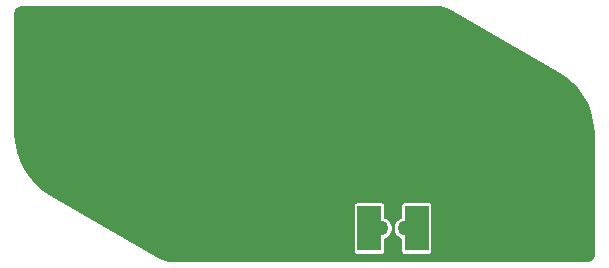
<source format=gbl>
G04 #@! TF.GenerationSoftware,KiCad,Pcbnew,(5.1.4)-1*
G04 #@! TF.CreationDate,2020-09-24T22:40:22-04:00*
G04 #@! TF.ProjectId,Headlight Left,48656164-6c69-4676-9874-204c6566742e,rev?*
G04 #@! TF.SameCoordinates,Original*
G04 #@! TF.FileFunction,Copper,L2,Bot*
G04 #@! TF.FilePolarity,Positive*
%FSLAX46Y46*%
G04 Gerber Fmt 4.6, Leading zero omitted, Abs format (unit mm)*
G04 Created by KiCad (PCBNEW (5.1.4)-1) date 2020-09-24 22:40:22*
%MOMM*%
%LPD*%
G04 APERTURE LIST*
%ADD10R,2.000000X3.800000*%
%ADD11C,0.800000*%
%ADD12C,6.400000*%
%ADD13C,1.270000*%
%ADD14C,0.152400*%
G04 APERTURE END LIST*
D10*
X128000000Y-108000000D03*
X124000000Y-108000000D03*
D11*
X101697056Y-98302944D03*
X100000000Y-97600000D03*
X98302944Y-98302944D03*
X97600000Y-100000000D03*
X98302944Y-101697056D03*
X100000000Y-102400000D03*
X101697056Y-101697056D03*
X102400000Y-100000000D03*
D12*
X100000000Y-100000000D03*
D11*
X138697056Y-98302944D03*
X137000000Y-97600000D03*
X135302944Y-98302944D03*
X134600000Y-100000000D03*
X135302944Y-101697056D03*
X137000000Y-102400000D03*
X138697056Y-101697056D03*
X139400000Y-100000000D03*
D12*
X137000000Y-100000000D03*
D13*
X127000000Y-108000000D03*
X108500000Y-100500000D03*
X112500000Y-99500000D03*
X111000000Y-102000000D03*
X110000000Y-98000000D03*
X110500000Y-100000000D03*
X124500000Y-100500000D03*
X128500000Y-99500000D03*
X127000000Y-102000000D03*
X126000000Y-98000000D03*
X126500000Y-100000000D03*
X101000000Y-92000000D03*
X103000000Y-92000000D03*
X105000000Y-92000000D03*
X102000000Y-94000000D03*
X103000000Y-96000000D03*
X104000000Y-98000000D03*
X105000000Y-100000000D03*
X104000000Y-102000000D03*
X106000000Y-102000000D03*
X105000000Y-104000000D03*
X104000000Y-106000000D03*
X106000000Y-106000000D03*
X103000000Y-104000000D03*
X105000000Y-108000000D03*
X107000000Y-108000000D03*
X107000000Y-104000000D03*
X108000000Y-106000000D03*
X109000000Y-108000000D03*
X111000000Y-108000000D03*
X110000000Y-106000000D03*
X109000000Y-104000000D03*
X112000000Y-106000000D03*
X113000000Y-108000000D03*
X109000000Y-92000000D03*
X111000000Y-92000000D03*
X113000000Y-92000000D03*
X115000000Y-92000000D03*
X117000000Y-92000000D03*
X119000000Y-92000000D03*
X121000000Y-92000000D03*
X118000000Y-94000000D03*
X116000000Y-94000000D03*
X114000000Y-94000000D03*
X112000000Y-94000000D03*
X110000000Y-94000000D03*
X111000000Y-96000000D03*
X113000000Y-96000000D03*
X115000000Y-96000000D03*
X117000000Y-96000000D03*
X119000000Y-96000000D03*
X120000000Y-98000000D03*
X118000000Y-98000000D03*
X116000000Y-98000000D03*
X114000000Y-98000000D03*
X115000000Y-100000000D03*
X117000000Y-100000000D03*
X119000000Y-100000000D03*
X121000000Y-100000000D03*
X122000000Y-102000000D03*
X120000000Y-102000000D03*
X118000000Y-102000000D03*
X116000000Y-102000000D03*
X117000000Y-104000000D03*
X119000000Y-104000000D03*
X121000000Y-104000000D03*
X123000000Y-104000000D03*
X125000000Y-104000000D03*
X118000000Y-106000000D03*
X120000000Y-106000000D03*
X122000000Y-106000000D03*
X119000000Y-108000000D03*
X121000000Y-108000000D03*
X127000000Y-104000000D03*
X125000000Y-92000000D03*
X127000000Y-92000000D03*
X129000000Y-92000000D03*
X131000000Y-92000000D03*
X132000000Y-94000000D03*
X131000000Y-96000000D03*
X129000000Y-96000000D03*
X130000000Y-94000000D03*
X128000000Y-94000000D03*
X127000000Y-96000000D03*
X126000000Y-94000000D03*
X130000000Y-98000000D03*
X132000000Y-98000000D03*
X131000000Y-100000000D03*
X132000000Y-102000000D03*
X133000000Y-108000000D03*
X133000000Y-104000000D03*
X134000000Y-106000000D03*
X133000000Y-96000000D03*
X133000000Y-92000000D03*
X134000000Y-94000000D03*
X135000000Y-104000000D03*
X125000000Y-108000000D03*
D14*
G36*
X130265378Y-89301323D02*
G01*
X130549187Y-89387010D01*
X130733138Y-89477524D01*
X139971927Y-94811542D01*
X140761884Y-95354463D01*
X141442288Y-96000143D01*
X142013314Y-96744317D01*
X142460891Y-97568653D01*
X142774004Y-98452856D01*
X142946192Y-99381901D01*
X142979300Y-100013627D01*
X142979301Y-110224522D01*
X142967722Y-110342613D01*
X142940827Y-110431694D01*
X142897141Y-110513857D01*
X142838323Y-110585974D01*
X142766624Y-110645289D01*
X142684773Y-110689545D01*
X142595870Y-110717065D01*
X142479466Y-110729300D01*
X107046938Y-110729300D01*
X106734621Y-110698677D01*
X106450814Y-110612990D01*
X106266863Y-110522475D01*
X98606909Y-106100000D01*
X122668203Y-106100000D01*
X122668203Y-109900000D01*
X122674578Y-109964730D01*
X122693460Y-110026973D01*
X122724121Y-110084337D01*
X122765384Y-110134616D01*
X122815663Y-110175879D01*
X122873027Y-110206540D01*
X122935270Y-110225422D01*
X123000000Y-110231797D01*
X125000000Y-110231797D01*
X125064730Y-110225422D01*
X125126973Y-110206540D01*
X125184337Y-110175879D01*
X125234616Y-110134616D01*
X125275879Y-110084337D01*
X125306540Y-110026973D01*
X125325422Y-109964730D01*
X125331797Y-109900000D01*
X125331797Y-108907290D01*
X125457194Y-108855349D01*
X125615279Y-108749720D01*
X125749720Y-108615279D01*
X125855349Y-108457194D01*
X125928108Y-108281538D01*
X125965200Y-108095064D01*
X125965200Y-107904936D01*
X126034800Y-107904936D01*
X126034800Y-108095064D01*
X126071892Y-108281538D01*
X126144651Y-108457194D01*
X126250280Y-108615279D01*
X126384721Y-108749720D01*
X126542806Y-108855349D01*
X126668203Y-108907290D01*
X126668203Y-109900000D01*
X126674578Y-109964730D01*
X126693460Y-110026973D01*
X126724121Y-110084337D01*
X126765384Y-110134616D01*
X126815663Y-110175879D01*
X126873027Y-110206540D01*
X126935270Y-110225422D01*
X127000000Y-110231797D01*
X129000000Y-110231797D01*
X129064730Y-110225422D01*
X129126973Y-110206540D01*
X129184337Y-110175879D01*
X129234616Y-110134616D01*
X129275879Y-110084337D01*
X129306540Y-110026973D01*
X129325422Y-109964730D01*
X129331797Y-109900000D01*
X129331797Y-106100000D01*
X129325422Y-106035270D01*
X129306540Y-105973027D01*
X129275879Y-105915663D01*
X129234616Y-105865384D01*
X129184337Y-105824121D01*
X129126973Y-105793460D01*
X129064730Y-105774578D01*
X129000000Y-105768203D01*
X127000000Y-105768203D01*
X126935270Y-105774578D01*
X126873027Y-105793460D01*
X126815663Y-105824121D01*
X126765384Y-105865384D01*
X126724121Y-105915663D01*
X126693460Y-105973027D01*
X126674578Y-106035270D01*
X126668203Y-106100000D01*
X126668203Y-107092710D01*
X126542806Y-107144651D01*
X126384721Y-107250280D01*
X126250280Y-107384721D01*
X126144651Y-107542806D01*
X126071892Y-107718462D01*
X126034800Y-107904936D01*
X125965200Y-107904936D01*
X125928108Y-107718462D01*
X125855349Y-107542806D01*
X125749720Y-107384721D01*
X125615279Y-107250280D01*
X125457194Y-107144651D01*
X125331797Y-107092710D01*
X125331797Y-106100000D01*
X125325422Y-106035270D01*
X125306540Y-105973027D01*
X125275879Y-105915663D01*
X125234616Y-105865384D01*
X125184337Y-105824121D01*
X125126973Y-105793460D01*
X125064730Y-105774578D01*
X125000000Y-105768203D01*
X123000000Y-105768203D01*
X122935270Y-105774578D01*
X122873027Y-105793460D01*
X122815663Y-105824121D01*
X122765384Y-105865384D01*
X122724121Y-105915663D01*
X122693460Y-105973027D01*
X122674578Y-106035270D01*
X122668203Y-106100000D01*
X98606909Y-106100000D01*
X97028078Y-105188462D01*
X96238118Y-104645539D01*
X95557715Y-103999860D01*
X94986686Y-103255682D01*
X94539109Y-102431347D01*
X94225995Y-101547142D01*
X94053808Y-100618098D01*
X94020700Y-99986372D01*
X94020700Y-89775468D01*
X94032278Y-89657387D01*
X94059173Y-89568305D01*
X94102859Y-89486144D01*
X94161677Y-89414026D01*
X94233376Y-89354711D01*
X94315228Y-89310454D01*
X94404130Y-89282935D01*
X94520533Y-89270700D01*
X129953062Y-89270700D01*
X130265378Y-89301323D01*
X130265378Y-89301323D01*
G37*
X130265378Y-89301323D02*
X130549187Y-89387010D01*
X130733138Y-89477524D01*
X139971927Y-94811542D01*
X140761884Y-95354463D01*
X141442288Y-96000143D01*
X142013314Y-96744317D01*
X142460891Y-97568653D01*
X142774004Y-98452856D01*
X142946192Y-99381901D01*
X142979300Y-100013627D01*
X142979301Y-110224522D01*
X142967722Y-110342613D01*
X142940827Y-110431694D01*
X142897141Y-110513857D01*
X142838323Y-110585974D01*
X142766624Y-110645289D01*
X142684773Y-110689545D01*
X142595870Y-110717065D01*
X142479466Y-110729300D01*
X107046938Y-110729300D01*
X106734621Y-110698677D01*
X106450814Y-110612990D01*
X106266863Y-110522475D01*
X98606909Y-106100000D01*
X122668203Y-106100000D01*
X122668203Y-109900000D01*
X122674578Y-109964730D01*
X122693460Y-110026973D01*
X122724121Y-110084337D01*
X122765384Y-110134616D01*
X122815663Y-110175879D01*
X122873027Y-110206540D01*
X122935270Y-110225422D01*
X123000000Y-110231797D01*
X125000000Y-110231797D01*
X125064730Y-110225422D01*
X125126973Y-110206540D01*
X125184337Y-110175879D01*
X125234616Y-110134616D01*
X125275879Y-110084337D01*
X125306540Y-110026973D01*
X125325422Y-109964730D01*
X125331797Y-109900000D01*
X125331797Y-108907290D01*
X125457194Y-108855349D01*
X125615279Y-108749720D01*
X125749720Y-108615279D01*
X125855349Y-108457194D01*
X125928108Y-108281538D01*
X125965200Y-108095064D01*
X125965200Y-107904936D01*
X126034800Y-107904936D01*
X126034800Y-108095064D01*
X126071892Y-108281538D01*
X126144651Y-108457194D01*
X126250280Y-108615279D01*
X126384721Y-108749720D01*
X126542806Y-108855349D01*
X126668203Y-108907290D01*
X126668203Y-109900000D01*
X126674578Y-109964730D01*
X126693460Y-110026973D01*
X126724121Y-110084337D01*
X126765384Y-110134616D01*
X126815663Y-110175879D01*
X126873027Y-110206540D01*
X126935270Y-110225422D01*
X127000000Y-110231797D01*
X129000000Y-110231797D01*
X129064730Y-110225422D01*
X129126973Y-110206540D01*
X129184337Y-110175879D01*
X129234616Y-110134616D01*
X129275879Y-110084337D01*
X129306540Y-110026973D01*
X129325422Y-109964730D01*
X129331797Y-109900000D01*
X129331797Y-106100000D01*
X129325422Y-106035270D01*
X129306540Y-105973027D01*
X129275879Y-105915663D01*
X129234616Y-105865384D01*
X129184337Y-105824121D01*
X129126973Y-105793460D01*
X129064730Y-105774578D01*
X129000000Y-105768203D01*
X127000000Y-105768203D01*
X126935270Y-105774578D01*
X126873027Y-105793460D01*
X126815663Y-105824121D01*
X126765384Y-105865384D01*
X126724121Y-105915663D01*
X126693460Y-105973027D01*
X126674578Y-106035270D01*
X126668203Y-106100000D01*
X126668203Y-107092710D01*
X126542806Y-107144651D01*
X126384721Y-107250280D01*
X126250280Y-107384721D01*
X126144651Y-107542806D01*
X126071892Y-107718462D01*
X126034800Y-107904936D01*
X125965200Y-107904936D01*
X125928108Y-107718462D01*
X125855349Y-107542806D01*
X125749720Y-107384721D01*
X125615279Y-107250280D01*
X125457194Y-107144651D01*
X125331797Y-107092710D01*
X125331797Y-106100000D01*
X125325422Y-106035270D01*
X125306540Y-105973027D01*
X125275879Y-105915663D01*
X125234616Y-105865384D01*
X125184337Y-105824121D01*
X125126973Y-105793460D01*
X125064730Y-105774578D01*
X125000000Y-105768203D01*
X123000000Y-105768203D01*
X122935270Y-105774578D01*
X122873027Y-105793460D01*
X122815663Y-105824121D01*
X122765384Y-105865384D01*
X122724121Y-105915663D01*
X122693460Y-105973027D01*
X122674578Y-106035270D01*
X122668203Y-106100000D01*
X98606909Y-106100000D01*
X97028078Y-105188462D01*
X96238118Y-104645539D01*
X95557715Y-103999860D01*
X94986686Y-103255682D01*
X94539109Y-102431347D01*
X94225995Y-101547142D01*
X94053808Y-100618098D01*
X94020700Y-99986372D01*
X94020700Y-89775468D01*
X94032278Y-89657387D01*
X94059173Y-89568305D01*
X94102859Y-89486144D01*
X94161677Y-89414026D01*
X94233376Y-89354711D01*
X94315228Y-89310454D01*
X94404130Y-89282935D01*
X94520533Y-89270700D01*
X129953062Y-89270700D01*
X130265378Y-89301323D01*
M02*

</source>
